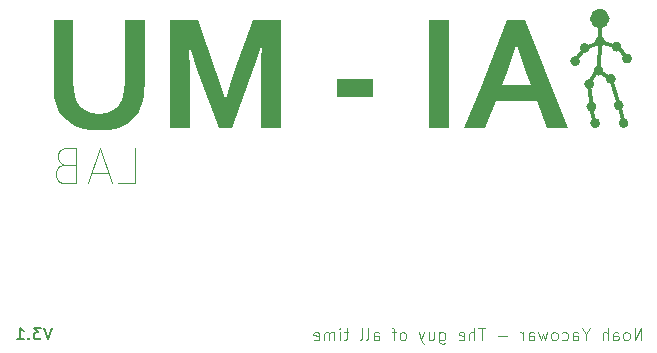
<source format=gbr>
%TF.GenerationSoftware,KiCad,Pcbnew,9.0.2*%
%TF.CreationDate,2025-07-07T21:27:42-04:00*%
%TF.ProjectId,CVISS_IMU_Tracker_Board,43564953-535f-4494-9d55-5f547261636b,rev?*%
%TF.SameCoordinates,Original*%
%TF.FileFunction,Legend,Bot*%
%TF.FilePolarity,Positive*%
%FSLAX46Y46*%
G04 Gerber Fmt 4.6, Leading zero omitted, Abs format (unit mm)*
G04 Created by KiCad (PCBNEW 9.0.2) date 2025-07-07 21:27:42*
%MOMM*%
%LPD*%
G01*
G04 APERTURE LIST*
%ADD10C,0.821038*%
%ADD11C,0.431182*%
%ADD12C,0.300000*%
%ADD13C,2.000000*%
%ADD14C,0.200000*%
%ADD15C,0.100000*%
G04 APERTURE END LIST*
D10*
X180470519Y-93031038D02*
G75*
G02*
X179649481Y-93031038I-410519J0D01*
G01*
X179649481Y-93031038D02*
G75*
G02*
X180470519Y-93031038I410519J0D01*
G01*
D11*
X178995591Y-95520000D02*
G75*
G02*
X178564409Y-95520000I-215591J0D01*
G01*
X178564409Y-95520000D02*
G75*
G02*
X178995591Y-95520000I215591J0D01*
G01*
X182295591Y-101890000D02*
G75*
G02*
X181864409Y-101890000I-215591J0D01*
G01*
X181864409Y-101890000D02*
G75*
G02*
X182295591Y-101890000I215591J0D01*
G01*
D12*
X181600000Y-95360000D02*
X182370000Y-96420000D01*
D11*
X179894409Y-101898818D02*
G75*
G02*
X179463227Y-101898818I-215591J0D01*
G01*
X179463227Y-101898818D02*
G75*
G02*
X179894409Y-101898818I215591J0D01*
G01*
D12*
X181690000Y-100295000D02*
X182080000Y-101930000D01*
X180080000Y-94980000D02*
X178740000Y-95570000D01*
D11*
X180174099Y-97450000D02*
G75*
G02*
X179742917Y-97450000I-215591J0D01*
G01*
X179742917Y-97450000D02*
G75*
G02*
X180174099Y-97450000I215591J0D01*
G01*
D12*
X181020000Y-98155000D02*
X181670000Y-100390000D01*
X179360000Y-100570000D02*
X179680000Y-101970000D01*
X180120000Y-93410000D02*
X180080000Y-94980000D01*
D11*
X178195591Y-96640000D02*
G75*
G02*
X177764409Y-96640000I-215591J0D01*
G01*
X177764409Y-96640000D02*
G75*
G02*
X178195591Y-96640000I215591J0D01*
G01*
X180295591Y-94980000D02*
G75*
G02*
X179864409Y-94980000I-215591J0D01*
G01*
X179864409Y-94980000D02*
G75*
G02*
X180295591Y-94980000I215591J0D01*
G01*
X179574409Y-100490000D02*
G75*
G02*
X179143227Y-100490000I-215591J0D01*
G01*
X179143227Y-100490000D02*
G75*
G02*
X179574409Y-100490000I215591J0D01*
G01*
X179385591Y-98570000D02*
G75*
G02*
X178954409Y-98570000I-215591J0D01*
G01*
X178954409Y-98570000D02*
G75*
G02*
X179385591Y-98570000I215591J0D01*
G01*
X182585591Y-96420000D02*
G75*
G02*
X182154409Y-96420000I-215591J0D01*
G01*
X182154409Y-96420000D02*
G75*
G02*
X182585591Y-96420000I215591J0D01*
G01*
D12*
X180080000Y-94980000D02*
X179958508Y-97330000D01*
X179860000Y-97355000D02*
X179170000Y-98570000D01*
X181500000Y-95405000D02*
X180160000Y-95020000D01*
D11*
X181885591Y-100390000D02*
G75*
G02*
X181454409Y-100390000I-215591J0D01*
G01*
X181454409Y-100390000D02*
G75*
G02*
X181885591Y-100390000I215591J0D01*
G01*
D12*
X178810000Y-95490000D02*
X177980000Y-96640000D01*
D11*
X181215591Y-98140000D02*
G75*
G02*
X180784409Y-98140000I-215591J0D01*
G01*
X180784409Y-98140000D02*
G75*
G02*
X181215591Y-98140000I215591J0D01*
G01*
X181695591Y-95410000D02*
G75*
G02*
X181264409Y-95410000I-215591J0D01*
G01*
X181264409Y-95410000D02*
G75*
G02*
X181695591Y-95410000I215591J0D01*
G01*
D12*
X179150000Y-98640000D02*
X179400000Y-100640000D01*
X180100000Y-97530000D02*
X181000000Y-98140000D01*
D13*
G36*
X177389951Y-102330000D02*
G01*
X175606978Y-102330000D01*
X174752128Y-100024347D01*
X171238084Y-100024347D01*
X170370411Y-102330000D01*
X168600872Y-102330000D01*
X170074118Y-98617508D01*
X171768091Y-98617508D01*
X174230059Y-98617508D01*
X173878349Y-97781587D01*
X173027773Y-95373963D01*
X172988695Y-95373963D01*
X172123464Y-97785251D01*
X171768091Y-98617508D01*
X170074118Y-98617508D01*
X172229710Y-93185547D01*
X173761113Y-93185547D01*
X177389951Y-102330000D01*
G37*
G36*
X167312491Y-102330000D02*
G01*
X167312491Y-93185547D01*
X165632100Y-93185547D01*
X165632100Y-102330000D01*
X167312491Y-102330000D01*
G37*
G36*
X160845551Y-98148562D02*
G01*
X157833426Y-98148562D01*
X157833426Y-99633558D01*
X160845551Y-99633558D01*
X160845551Y-98148562D01*
G37*
G36*
X148336043Y-99876580D02*
G01*
X148006836Y-98781281D01*
X147590491Y-97559937D01*
X146011461Y-93185547D01*
X143660013Y-93185547D01*
X143660013Y-102330000D01*
X145340404Y-102330000D01*
X145340404Y-97696713D01*
X145257972Y-95331831D01*
X145319644Y-95331831D01*
X145592585Y-96206831D01*
X145920481Y-97163653D01*
X147809699Y-102330000D01*
X148889253Y-102330000D01*
X150778471Y-97163653D01*
X151106367Y-96206831D01*
X151379309Y-95331831D01*
X151440369Y-95331831D01*
X151378224Y-96576151D01*
X151358548Y-97689385D01*
X151358548Y-102330000D01*
X153038939Y-102330000D01*
X153038939Y-93185547D01*
X150700924Y-93185547D01*
X149121894Y-97539176D01*
X148743202Y-98649149D01*
X148376953Y-99876580D01*
X148336043Y-99876580D01*
G37*
G36*
X137691939Y-102486315D02*
G01*
X138391028Y-102449592D01*
X138986427Y-102346486D01*
X139536726Y-102172266D01*
X140000034Y-101944096D01*
X140408020Y-101650280D01*
X140746807Y-101302348D01*
X141022428Y-100901544D01*
X141239567Y-100446277D01*
X141367226Y-100050561D01*
X141455722Y-99599975D01*
X141503389Y-99122430D01*
X141520446Y-98562554D01*
X141520446Y-93185547D01*
X139840055Y-93185547D01*
X139840055Y-98416008D01*
X139809419Y-99064314D01*
X139727645Y-99559844D01*
X139607414Y-99932145D01*
X139400568Y-100309900D01*
X139148131Y-100598198D01*
X138847819Y-100810198D01*
X138316946Y-101009138D01*
X137671179Y-101079476D01*
X137025412Y-101009138D01*
X136494539Y-100810198D01*
X136194227Y-100598198D01*
X135941790Y-100309900D01*
X135734944Y-99932145D01*
X135614713Y-99559844D01*
X135532939Y-99064314D01*
X135502302Y-98416008D01*
X135502302Y-93185547D01*
X133821912Y-93185547D01*
X133821912Y-98562554D01*
X133839129Y-99122418D01*
X133887247Y-99599975D01*
X133975277Y-100050549D01*
X134102791Y-100446277D01*
X134320844Y-100901257D01*
X134599825Y-101302348D01*
X134942838Y-101649754D01*
X135360031Y-101944096D01*
X135832629Y-102172380D01*
X136390736Y-102346486D01*
X136991594Y-102449681D01*
X137691939Y-102486315D01*
G37*
D14*
X133663183Y-119197219D02*
X133329850Y-120197219D01*
X133329850Y-120197219D02*
X132996517Y-119197219D01*
X132758421Y-119197219D02*
X132139374Y-119197219D01*
X132139374Y-119197219D02*
X132472707Y-119578171D01*
X132472707Y-119578171D02*
X132329850Y-119578171D01*
X132329850Y-119578171D02*
X132234612Y-119625790D01*
X132234612Y-119625790D02*
X132186993Y-119673409D01*
X132186993Y-119673409D02*
X132139374Y-119768647D01*
X132139374Y-119768647D02*
X132139374Y-120006742D01*
X132139374Y-120006742D02*
X132186993Y-120101980D01*
X132186993Y-120101980D02*
X132234612Y-120149600D01*
X132234612Y-120149600D02*
X132329850Y-120197219D01*
X132329850Y-120197219D02*
X132615564Y-120197219D01*
X132615564Y-120197219D02*
X132710802Y-120149600D01*
X132710802Y-120149600D02*
X132758421Y-120101980D01*
X131710802Y-120101980D02*
X131663183Y-120149600D01*
X131663183Y-120149600D02*
X131710802Y-120197219D01*
X131710802Y-120197219D02*
X131758421Y-120149600D01*
X131758421Y-120149600D02*
X131710802Y-120101980D01*
X131710802Y-120101980D02*
X131710802Y-120197219D01*
X130710803Y-120197219D02*
X131282231Y-120197219D01*
X130996517Y-120197219D02*
X130996517Y-119197219D01*
X130996517Y-119197219D02*
X131091755Y-119340076D01*
X131091755Y-119340076D02*
X131186993Y-119435314D01*
X131186993Y-119435314D02*
X131282231Y-119482933D01*
D15*
X183586115Y-120252419D02*
X183586115Y-119252419D01*
X183586115Y-119252419D02*
X183014687Y-120252419D01*
X183014687Y-120252419D02*
X183014687Y-119252419D01*
X182395639Y-120252419D02*
X182490877Y-120204800D01*
X182490877Y-120204800D02*
X182538496Y-120157180D01*
X182538496Y-120157180D02*
X182586115Y-120061942D01*
X182586115Y-120061942D02*
X182586115Y-119776228D01*
X182586115Y-119776228D02*
X182538496Y-119680990D01*
X182538496Y-119680990D02*
X182490877Y-119633371D01*
X182490877Y-119633371D02*
X182395639Y-119585752D01*
X182395639Y-119585752D02*
X182252782Y-119585752D01*
X182252782Y-119585752D02*
X182157544Y-119633371D01*
X182157544Y-119633371D02*
X182109925Y-119680990D01*
X182109925Y-119680990D02*
X182062306Y-119776228D01*
X182062306Y-119776228D02*
X182062306Y-120061942D01*
X182062306Y-120061942D02*
X182109925Y-120157180D01*
X182109925Y-120157180D02*
X182157544Y-120204800D01*
X182157544Y-120204800D02*
X182252782Y-120252419D01*
X182252782Y-120252419D02*
X182395639Y-120252419D01*
X181205163Y-120252419D02*
X181205163Y-119728609D01*
X181205163Y-119728609D02*
X181252782Y-119633371D01*
X181252782Y-119633371D02*
X181348020Y-119585752D01*
X181348020Y-119585752D02*
X181538496Y-119585752D01*
X181538496Y-119585752D02*
X181633734Y-119633371D01*
X181205163Y-120204800D02*
X181300401Y-120252419D01*
X181300401Y-120252419D02*
X181538496Y-120252419D01*
X181538496Y-120252419D02*
X181633734Y-120204800D01*
X181633734Y-120204800D02*
X181681353Y-120109561D01*
X181681353Y-120109561D02*
X181681353Y-120014323D01*
X181681353Y-120014323D02*
X181633734Y-119919085D01*
X181633734Y-119919085D02*
X181538496Y-119871466D01*
X181538496Y-119871466D02*
X181300401Y-119871466D01*
X181300401Y-119871466D02*
X181205163Y-119823847D01*
X180728972Y-120252419D02*
X180728972Y-119252419D01*
X180300401Y-120252419D02*
X180300401Y-119728609D01*
X180300401Y-119728609D02*
X180348020Y-119633371D01*
X180348020Y-119633371D02*
X180443258Y-119585752D01*
X180443258Y-119585752D02*
X180586115Y-119585752D01*
X180586115Y-119585752D02*
X180681353Y-119633371D01*
X180681353Y-119633371D02*
X180728972Y-119680990D01*
X178871829Y-119776228D02*
X178871829Y-120252419D01*
X179205162Y-119252419D02*
X178871829Y-119776228D01*
X178871829Y-119776228D02*
X178538496Y-119252419D01*
X177776591Y-120252419D02*
X177776591Y-119728609D01*
X177776591Y-119728609D02*
X177824210Y-119633371D01*
X177824210Y-119633371D02*
X177919448Y-119585752D01*
X177919448Y-119585752D02*
X178109924Y-119585752D01*
X178109924Y-119585752D02*
X178205162Y-119633371D01*
X177776591Y-120204800D02*
X177871829Y-120252419D01*
X177871829Y-120252419D02*
X178109924Y-120252419D01*
X178109924Y-120252419D02*
X178205162Y-120204800D01*
X178205162Y-120204800D02*
X178252781Y-120109561D01*
X178252781Y-120109561D02*
X178252781Y-120014323D01*
X178252781Y-120014323D02*
X178205162Y-119919085D01*
X178205162Y-119919085D02*
X178109924Y-119871466D01*
X178109924Y-119871466D02*
X177871829Y-119871466D01*
X177871829Y-119871466D02*
X177776591Y-119823847D01*
X176871829Y-120204800D02*
X176967067Y-120252419D01*
X176967067Y-120252419D02*
X177157543Y-120252419D01*
X177157543Y-120252419D02*
X177252781Y-120204800D01*
X177252781Y-120204800D02*
X177300400Y-120157180D01*
X177300400Y-120157180D02*
X177348019Y-120061942D01*
X177348019Y-120061942D02*
X177348019Y-119776228D01*
X177348019Y-119776228D02*
X177300400Y-119680990D01*
X177300400Y-119680990D02*
X177252781Y-119633371D01*
X177252781Y-119633371D02*
X177157543Y-119585752D01*
X177157543Y-119585752D02*
X176967067Y-119585752D01*
X176967067Y-119585752D02*
X176871829Y-119633371D01*
X176300400Y-120252419D02*
X176395638Y-120204800D01*
X176395638Y-120204800D02*
X176443257Y-120157180D01*
X176443257Y-120157180D02*
X176490876Y-120061942D01*
X176490876Y-120061942D02*
X176490876Y-119776228D01*
X176490876Y-119776228D02*
X176443257Y-119680990D01*
X176443257Y-119680990D02*
X176395638Y-119633371D01*
X176395638Y-119633371D02*
X176300400Y-119585752D01*
X176300400Y-119585752D02*
X176157543Y-119585752D01*
X176157543Y-119585752D02*
X176062305Y-119633371D01*
X176062305Y-119633371D02*
X176014686Y-119680990D01*
X176014686Y-119680990D02*
X175967067Y-119776228D01*
X175967067Y-119776228D02*
X175967067Y-120061942D01*
X175967067Y-120061942D02*
X176014686Y-120157180D01*
X176014686Y-120157180D02*
X176062305Y-120204800D01*
X176062305Y-120204800D02*
X176157543Y-120252419D01*
X176157543Y-120252419D02*
X176300400Y-120252419D01*
X175633733Y-119585752D02*
X175443257Y-120252419D01*
X175443257Y-120252419D02*
X175252781Y-119776228D01*
X175252781Y-119776228D02*
X175062305Y-120252419D01*
X175062305Y-120252419D02*
X174871829Y-119585752D01*
X174062305Y-120252419D02*
X174062305Y-119728609D01*
X174062305Y-119728609D02*
X174109924Y-119633371D01*
X174109924Y-119633371D02*
X174205162Y-119585752D01*
X174205162Y-119585752D02*
X174395638Y-119585752D01*
X174395638Y-119585752D02*
X174490876Y-119633371D01*
X174062305Y-120204800D02*
X174157543Y-120252419D01*
X174157543Y-120252419D02*
X174395638Y-120252419D01*
X174395638Y-120252419D02*
X174490876Y-120204800D01*
X174490876Y-120204800D02*
X174538495Y-120109561D01*
X174538495Y-120109561D02*
X174538495Y-120014323D01*
X174538495Y-120014323D02*
X174490876Y-119919085D01*
X174490876Y-119919085D02*
X174395638Y-119871466D01*
X174395638Y-119871466D02*
X174157543Y-119871466D01*
X174157543Y-119871466D02*
X174062305Y-119823847D01*
X173586114Y-120252419D02*
X173586114Y-119585752D01*
X173586114Y-119776228D02*
X173538495Y-119680990D01*
X173538495Y-119680990D02*
X173490876Y-119633371D01*
X173490876Y-119633371D02*
X173395638Y-119585752D01*
X173395638Y-119585752D02*
X173300400Y-119585752D01*
X172205161Y-119871466D02*
X171443257Y-119871466D01*
X170348018Y-119252419D02*
X169776590Y-119252419D01*
X170062304Y-120252419D02*
X170062304Y-119252419D01*
X169443256Y-120252419D02*
X169443256Y-119252419D01*
X169014685Y-120252419D02*
X169014685Y-119728609D01*
X169014685Y-119728609D02*
X169062304Y-119633371D01*
X169062304Y-119633371D02*
X169157542Y-119585752D01*
X169157542Y-119585752D02*
X169300399Y-119585752D01*
X169300399Y-119585752D02*
X169395637Y-119633371D01*
X169395637Y-119633371D02*
X169443256Y-119680990D01*
X168157542Y-120204800D02*
X168252780Y-120252419D01*
X168252780Y-120252419D02*
X168443256Y-120252419D01*
X168443256Y-120252419D02*
X168538494Y-120204800D01*
X168538494Y-120204800D02*
X168586113Y-120109561D01*
X168586113Y-120109561D02*
X168586113Y-119728609D01*
X168586113Y-119728609D02*
X168538494Y-119633371D01*
X168538494Y-119633371D02*
X168443256Y-119585752D01*
X168443256Y-119585752D02*
X168252780Y-119585752D01*
X168252780Y-119585752D02*
X168157542Y-119633371D01*
X168157542Y-119633371D02*
X168109923Y-119728609D01*
X168109923Y-119728609D02*
X168109923Y-119823847D01*
X168109923Y-119823847D02*
X168586113Y-119919085D01*
X166490875Y-119585752D02*
X166490875Y-120395276D01*
X166490875Y-120395276D02*
X166538494Y-120490514D01*
X166538494Y-120490514D02*
X166586113Y-120538133D01*
X166586113Y-120538133D02*
X166681351Y-120585752D01*
X166681351Y-120585752D02*
X166824208Y-120585752D01*
X166824208Y-120585752D02*
X166919446Y-120538133D01*
X166490875Y-120204800D02*
X166586113Y-120252419D01*
X166586113Y-120252419D02*
X166776589Y-120252419D01*
X166776589Y-120252419D02*
X166871827Y-120204800D01*
X166871827Y-120204800D02*
X166919446Y-120157180D01*
X166919446Y-120157180D02*
X166967065Y-120061942D01*
X166967065Y-120061942D02*
X166967065Y-119776228D01*
X166967065Y-119776228D02*
X166919446Y-119680990D01*
X166919446Y-119680990D02*
X166871827Y-119633371D01*
X166871827Y-119633371D02*
X166776589Y-119585752D01*
X166776589Y-119585752D02*
X166586113Y-119585752D01*
X166586113Y-119585752D02*
X166490875Y-119633371D01*
X165586113Y-119585752D02*
X165586113Y-120252419D01*
X166014684Y-119585752D02*
X166014684Y-120109561D01*
X166014684Y-120109561D02*
X165967065Y-120204800D01*
X165967065Y-120204800D02*
X165871827Y-120252419D01*
X165871827Y-120252419D02*
X165728970Y-120252419D01*
X165728970Y-120252419D02*
X165633732Y-120204800D01*
X165633732Y-120204800D02*
X165586113Y-120157180D01*
X165205160Y-119585752D02*
X164967065Y-120252419D01*
X164728970Y-119585752D02*
X164967065Y-120252419D01*
X164967065Y-120252419D02*
X165062303Y-120490514D01*
X165062303Y-120490514D02*
X165109922Y-120538133D01*
X165109922Y-120538133D02*
X165205160Y-120585752D01*
X163443255Y-120252419D02*
X163538493Y-120204800D01*
X163538493Y-120204800D02*
X163586112Y-120157180D01*
X163586112Y-120157180D02*
X163633731Y-120061942D01*
X163633731Y-120061942D02*
X163633731Y-119776228D01*
X163633731Y-119776228D02*
X163586112Y-119680990D01*
X163586112Y-119680990D02*
X163538493Y-119633371D01*
X163538493Y-119633371D02*
X163443255Y-119585752D01*
X163443255Y-119585752D02*
X163300398Y-119585752D01*
X163300398Y-119585752D02*
X163205160Y-119633371D01*
X163205160Y-119633371D02*
X163157541Y-119680990D01*
X163157541Y-119680990D02*
X163109922Y-119776228D01*
X163109922Y-119776228D02*
X163109922Y-120061942D01*
X163109922Y-120061942D02*
X163157541Y-120157180D01*
X163157541Y-120157180D02*
X163205160Y-120204800D01*
X163205160Y-120204800D02*
X163300398Y-120252419D01*
X163300398Y-120252419D02*
X163443255Y-120252419D01*
X162824207Y-119585752D02*
X162443255Y-119585752D01*
X162681350Y-120252419D02*
X162681350Y-119395276D01*
X162681350Y-119395276D02*
X162633731Y-119300038D01*
X162633731Y-119300038D02*
X162538493Y-119252419D01*
X162538493Y-119252419D02*
X162443255Y-119252419D01*
X160919445Y-120252419D02*
X160919445Y-119728609D01*
X160919445Y-119728609D02*
X160967064Y-119633371D01*
X160967064Y-119633371D02*
X161062302Y-119585752D01*
X161062302Y-119585752D02*
X161252778Y-119585752D01*
X161252778Y-119585752D02*
X161348016Y-119633371D01*
X160919445Y-120204800D02*
X161014683Y-120252419D01*
X161014683Y-120252419D02*
X161252778Y-120252419D01*
X161252778Y-120252419D02*
X161348016Y-120204800D01*
X161348016Y-120204800D02*
X161395635Y-120109561D01*
X161395635Y-120109561D02*
X161395635Y-120014323D01*
X161395635Y-120014323D02*
X161348016Y-119919085D01*
X161348016Y-119919085D02*
X161252778Y-119871466D01*
X161252778Y-119871466D02*
X161014683Y-119871466D01*
X161014683Y-119871466D02*
X160919445Y-119823847D01*
X160300397Y-120252419D02*
X160395635Y-120204800D01*
X160395635Y-120204800D02*
X160443254Y-120109561D01*
X160443254Y-120109561D02*
X160443254Y-119252419D01*
X159776587Y-120252419D02*
X159871825Y-120204800D01*
X159871825Y-120204800D02*
X159919444Y-120109561D01*
X159919444Y-120109561D02*
X159919444Y-119252419D01*
X158776586Y-119585752D02*
X158395634Y-119585752D01*
X158633729Y-119252419D02*
X158633729Y-120109561D01*
X158633729Y-120109561D02*
X158586110Y-120204800D01*
X158586110Y-120204800D02*
X158490872Y-120252419D01*
X158490872Y-120252419D02*
X158395634Y-120252419D01*
X158062300Y-120252419D02*
X158062300Y-119585752D01*
X158062300Y-119252419D02*
X158109919Y-119300038D01*
X158109919Y-119300038D02*
X158062300Y-119347657D01*
X158062300Y-119347657D02*
X158014681Y-119300038D01*
X158014681Y-119300038D02*
X158062300Y-119252419D01*
X158062300Y-119252419D02*
X158062300Y-119347657D01*
X157586110Y-120252419D02*
X157586110Y-119585752D01*
X157586110Y-119680990D02*
X157538491Y-119633371D01*
X157538491Y-119633371D02*
X157443253Y-119585752D01*
X157443253Y-119585752D02*
X157300396Y-119585752D01*
X157300396Y-119585752D02*
X157205158Y-119633371D01*
X157205158Y-119633371D02*
X157157539Y-119728609D01*
X157157539Y-119728609D02*
X157157539Y-120252419D01*
X157157539Y-119728609D02*
X157109920Y-119633371D01*
X157109920Y-119633371D02*
X157014682Y-119585752D01*
X157014682Y-119585752D02*
X156871825Y-119585752D01*
X156871825Y-119585752D02*
X156776586Y-119633371D01*
X156776586Y-119633371D02*
X156728967Y-119728609D01*
X156728967Y-119728609D02*
X156728967Y-120252419D01*
X155871825Y-120204800D02*
X155967063Y-120252419D01*
X155967063Y-120252419D02*
X156157539Y-120252419D01*
X156157539Y-120252419D02*
X156252777Y-120204800D01*
X156252777Y-120204800D02*
X156300396Y-120109561D01*
X156300396Y-120109561D02*
X156300396Y-119728609D01*
X156300396Y-119728609D02*
X156252777Y-119633371D01*
X156252777Y-119633371D02*
X156157539Y-119585752D01*
X156157539Y-119585752D02*
X155967063Y-119585752D01*
X155967063Y-119585752D02*
X155871825Y-119633371D01*
X155871825Y-119633371D02*
X155824206Y-119728609D01*
X155824206Y-119728609D02*
X155824206Y-119823847D01*
X155824206Y-119823847D02*
X156300396Y-119919085D01*
X139301353Y-106977657D02*
X140729925Y-106977657D01*
X140729925Y-106977657D02*
X140729925Y-103977657D01*
X138444211Y-106120514D02*
X137015640Y-106120514D01*
X138729925Y-106977657D02*
X137729925Y-103977657D01*
X137729925Y-103977657D02*
X136729925Y-106977657D01*
X134729925Y-105406228D02*
X134301353Y-105549085D01*
X134301353Y-105549085D02*
X134158496Y-105691942D01*
X134158496Y-105691942D02*
X134015639Y-105977657D01*
X134015639Y-105977657D02*
X134015639Y-106406228D01*
X134015639Y-106406228D02*
X134158496Y-106691942D01*
X134158496Y-106691942D02*
X134301353Y-106834800D01*
X134301353Y-106834800D02*
X134587068Y-106977657D01*
X134587068Y-106977657D02*
X135729925Y-106977657D01*
X135729925Y-106977657D02*
X135729925Y-103977657D01*
X135729925Y-103977657D02*
X134729925Y-103977657D01*
X134729925Y-103977657D02*
X134444211Y-104120514D01*
X134444211Y-104120514D02*
X134301353Y-104263371D01*
X134301353Y-104263371D02*
X134158496Y-104549085D01*
X134158496Y-104549085D02*
X134158496Y-104834800D01*
X134158496Y-104834800D02*
X134301353Y-105120514D01*
X134301353Y-105120514D02*
X134444211Y-105263371D01*
X134444211Y-105263371D02*
X134729925Y-105406228D01*
X134729925Y-105406228D02*
X135729925Y-105406228D01*
M02*

</source>
